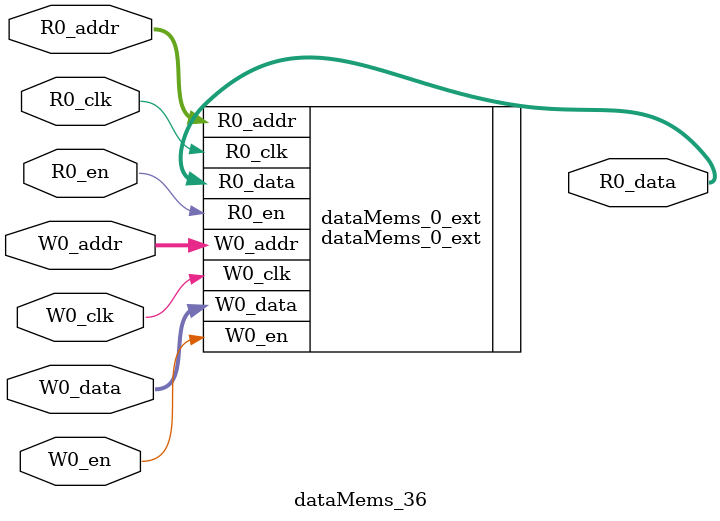
<source format=sv>
`ifndef RANDOMIZE
  `ifdef RANDOMIZE_REG_INIT
    `define RANDOMIZE
  `endif // RANDOMIZE_REG_INIT
`endif // not def RANDOMIZE
`ifndef RANDOMIZE
  `ifdef RANDOMIZE_MEM_INIT
    `define RANDOMIZE
  `endif // RANDOMIZE_MEM_INIT
`endif // not def RANDOMIZE

`ifndef RANDOM
  `define RANDOM $random
`endif // not def RANDOM

// Users can define 'PRINTF_COND' to add an extra gate to prints.
`ifndef PRINTF_COND_
  `ifdef PRINTF_COND
    `define PRINTF_COND_ (`PRINTF_COND)
  `else  // PRINTF_COND
    `define PRINTF_COND_ 1
  `endif // PRINTF_COND
`endif // not def PRINTF_COND_

// Users can define 'ASSERT_VERBOSE_COND' to add an extra gate to assert error printing.
`ifndef ASSERT_VERBOSE_COND_
  `ifdef ASSERT_VERBOSE_COND
    `define ASSERT_VERBOSE_COND_ (`ASSERT_VERBOSE_COND)
  `else  // ASSERT_VERBOSE_COND
    `define ASSERT_VERBOSE_COND_ 1
  `endif // ASSERT_VERBOSE_COND
`endif // not def ASSERT_VERBOSE_COND_

// Users can define 'STOP_COND' to add an extra gate to stop conditions.
`ifndef STOP_COND_
  `ifdef STOP_COND
    `define STOP_COND_ (`STOP_COND)
  `else  // STOP_COND
    `define STOP_COND_ 1
  `endif // STOP_COND
`endif // not def STOP_COND_

// Users can define INIT_RANDOM as general code that gets injected into the
// initializer block for modules with registers.
`ifndef INIT_RANDOM
  `define INIT_RANDOM
`endif // not def INIT_RANDOM

// If using random initialization, you can also define RANDOMIZE_DELAY to
// customize the delay used, otherwise 0.002 is used.
`ifndef RANDOMIZE_DELAY
  `define RANDOMIZE_DELAY 0.002
`endif // not def RANDOMIZE_DELAY

// Define INIT_RANDOM_PROLOG_ for use in our modules below.
`ifndef INIT_RANDOM_PROLOG_
  `ifdef RANDOMIZE
    `ifdef VERILATOR
      `define INIT_RANDOM_PROLOG_ `INIT_RANDOM
    `else  // VERILATOR
      `define INIT_RANDOM_PROLOG_ `INIT_RANDOM #`RANDOMIZE_DELAY begin end
    `endif // VERILATOR
  `else  // RANDOMIZE
    `define INIT_RANDOM_PROLOG_
  `endif // RANDOMIZE
`endif // not def INIT_RANDOM_PROLOG_

// Include register initializers in init blocks unless synthesis is set
`ifndef SYNTHESIS
  `ifndef ENABLE_INITIAL_REG_
    `define ENABLE_INITIAL_REG_
  `endif // not def ENABLE_INITIAL_REG_
`endif // not def SYNTHESIS

// Include rmemory initializers in init blocks unless synthesis is set
`ifndef SYNTHESIS
  `ifndef ENABLE_INITIAL_MEM_
    `define ENABLE_INITIAL_MEM_
  `endif // not def ENABLE_INITIAL_MEM_
`endif // not def SYNTHESIS

module dataMems_36(	// @[generators/ara/src/main/scala/UnsafeAXI4ToTL.scala:365:62]
  input  [4:0]   R0_addr,
  input          R0_en,
  input          R0_clk,
  output [130:0] R0_data,
  input  [4:0]   W0_addr,
  input          W0_en,
  input          W0_clk,
  input  [130:0] W0_data
);

  dataMems_0_ext dataMems_0_ext (	// @[generators/ara/src/main/scala/UnsafeAXI4ToTL.scala:365:62]
    .R0_addr (R0_addr),
    .R0_en   (R0_en),
    .R0_clk  (R0_clk),
    .R0_data (R0_data),
    .W0_addr (W0_addr),
    .W0_en   (W0_en),
    .W0_clk  (W0_clk),
    .W0_data (W0_data)
  );
endmodule


</source>
